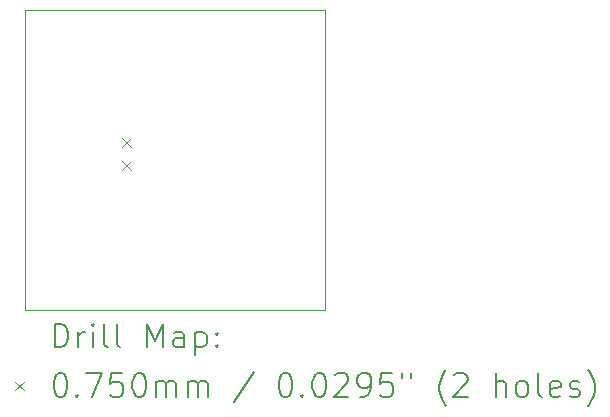
<source format=gbr>
%TF.GenerationSoftware,KiCad,Pcbnew,7.0.9-7.0.9~ubuntu23.04.1*%
%TF.CreationDate,2024-01-10T16:36:44+00:00*%
%TF.ProjectId,test_project,74657374-5f70-4726-9f6a-6563742e6b69,rev?*%
%TF.SameCoordinates,Original*%
%TF.FileFunction,Drillmap*%
%TF.FilePolarity,Positive*%
%FSLAX45Y45*%
G04 Gerber Fmt 4.5, Leading zero omitted, Abs format (unit mm)*
G04 Created by KiCad (PCBNEW 7.0.9-7.0.9~ubuntu23.04.1) date 2024-01-10 16:36:44*
%MOMM*%
%LPD*%
G01*
G04 APERTURE LIST*
%ADD10C,0.100000*%
%ADD11C,0.200000*%
G04 APERTURE END LIST*
D10*
X12700000Y-7620000D02*
X15240000Y-7620000D01*
X15240000Y-10160000D01*
X12700000Y-10160000D01*
X12700000Y-7620000D01*
D11*
D10*
X13526100Y-8701700D02*
X13601100Y-8776700D01*
X13601100Y-8701700D02*
X13526100Y-8776700D01*
X13526100Y-8901700D02*
X13601100Y-8976700D01*
X13601100Y-8901700D02*
X13526100Y-8976700D01*
D11*
X12955777Y-10476484D02*
X12955777Y-10276484D01*
X12955777Y-10276484D02*
X13003396Y-10276484D01*
X13003396Y-10276484D02*
X13031967Y-10286008D01*
X13031967Y-10286008D02*
X13051015Y-10305055D01*
X13051015Y-10305055D02*
X13060539Y-10324103D01*
X13060539Y-10324103D02*
X13070062Y-10362198D01*
X13070062Y-10362198D02*
X13070062Y-10390770D01*
X13070062Y-10390770D02*
X13060539Y-10428865D01*
X13060539Y-10428865D02*
X13051015Y-10447912D01*
X13051015Y-10447912D02*
X13031967Y-10466960D01*
X13031967Y-10466960D02*
X13003396Y-10476484D01*
X13003396Y-10476484D02*
X12955777Y-10476484D01*
X13155777Y-10476484D02*
X13155777Y-10343150D01*
X13155777Y-10381246D02*
X13165301Y-10362198D01*
X13165301Y-10362198D02*
X13174824Y-10352674D01*
X13174824Y-10352674D02*
X13193872Y-10343150D01*
X13193872Y-10343150D02*
X13212920Y-10343150D01*
X13279586Y-10476484D02*
X13279586Y-10343150D01*
X13279586Y-10276484D02*
X13270062Y-10286008D01*
X13270062Y-10286008D02*
X13279586Y-10295531D01*
X13279586Y-10295531D02*
X13289110Y-10286008D01*
X13289110Y-10286008D02*
X13279586Y-10276484D01*
X13279586Y-10276484D02*
X13279586Y-10295531D01*
X13403396Y-10476484D02*
X13384348Y-10466960D01*
X13384348Y-10466960D02*
X13374824Y-10447912D01*
X13374824Y-10447912D02*
X13374824Y-10276484D01*
X13508158Y-10476484D02*
X13489110Y-10466960D01*
X13489110Y-10466960D02*
X13479586Y-10447912D01*
X13479586Y-10447912D02*
X13479586Y-10276484D01*
X13736729Y-10476484D02*
X13736729Y-10276484D01*
X13736729Y-10276484D02*
X13803396Y-10419341D01*
X13803396Y-10419341D02*
X13870062Y-10276484D01*
X13870062Y-10276484D02*
X13870062Y-10476484D01*
X14051015Y-10476484D02*
X14051015Y-10371722D01*
X14051015Y-10371722D02*
X14041491Y-10352674D01*
X14041491Y-10352674D02*
X14022443Y-10343150D01*
X14022443Y-10343150D02*
X13984348Y-10343150D01*
X13984348Y-10343150D02*
X13965301Y-10352674D01*
X14051015Y-10466960D02*
X14031967Y-10476484D01*
X14031967Y-10476484D02*
X13984348Y-10476484D01*
X13984348Y-10476484D02*
X13965301Y-10466960D01*
X13965301Y-10466960D02*
X13955777Y-10447912D01*
X13955777Y-10447912D02*
X13955777Y-10428865D01*
X13955777Y-10428865D02*
X13965301Y-10409817D01*
X13965301Y-10409817D02*
X13984348Y-10400293D01*
X13984348Y-10400293D02*
X14031967Y-10400293D01*
X14031967Y-10400293D02*
X14051015Y-10390770D01*
X14146253Y-10343150D02*
X14146253Y-10543150D01*
X14146253Y-10352674D02*
X14165301Y-10343150D01*
X14165301Y-10343150D02*
X14203396Y-10343150D01*
X14203396Y-10343150D02*
X14222443Y-10352674D01*
X14222443Y-10352674D02*
X14231967Y-10362198D01*
X14231967Y-10362198D02*
X14241491Y-10381246D01*
X14241491Y-10381246D02*
X14241491Y-10438389D01*
X14241491Y-10438389D02*
X14231967Y-10457436D01*
X14231967Y-10457436D02*
X14222443Y-10466960D01*
X14222443Y-10466960D02*
X14203396Y-10476484D01*
X14203396Y-10476484D02*
X14165301Y-10476484D01*
X14165301Y-10476484D02*
X14146253Y-10466960D01*
X14327205Y-10457436D02*
X14336729Y-10466960D01*
X14336729Y-10466960D02*
X14327205Y-10476484D01*
X14327205Y-10476484D02*
X14317682Y-10466960D01*
X14317682Y-10466960D02*
X14327205Y-10457436D01*
X14327205Y-10457436D02*
X14327205Y-10476484D01*
X14327205Y-10352674D02*
X14336729Y-10362198D01*
X14336729Y-10362198D02*
X14327205Y-10371722D01*
X14327205Y-10371722D02*
X14317682Y-10362198D01*
X14317682Y-10362198D02*
X14327205Y-10352674D01*
X14327205Y-10352674D02*
X14327205Y-10371722D01*
D10*
X12620000Y-10767500D02*
X12695000Y-10842500D01*
X12695000Y-10767500D02*
X12620000Y-10842500D01*
D11*
X12993872Y-10696484D02*
X13012920Y-10696484D01*
X13012920Y-10696484D02*
X13031967Y-10706008D01*
X13031967Y-10706008D02*
X13041491Y-10715531D01*
X13041491Y-10715531D02*
X13051015Y-10734579D01*
X13051015Y-10734579D02*
X13060539Y-10772674D01*
X13060539Y-10772674D02*
X13060539Y-10820293D01*
X13060539Y-10820293D02*
X13051015Y-10858389D01*
X13051015Y-10858389D02*
X13041491Y-10877436D01*
X13041491Y-10877436D02*
X13031967Y-10886960D01*
X13031967Y-10886960D02*
X13012920Y-10896484D01*
X13012920Y-10896484D02*
X12993872Y-10896484D01*
X12993872Y-10896484D02*
X12974824Y-10886960D01*
X12974824Y-10886960D02*
X12965301Y-10877436D01*
X12965301Y-10877436D02*
X12955777Y-10858389D01*
X12955777Y-10858389D02*
X12946253Y-10820293D01*
X12946253Y-10820293D02*
X12946253Y-10772674D01*
X12946253Y-10772674D02*
X12955777Y-10734579D01*
X12955777Y-10734579D02*
X12965301Y-10715531D01*
X12965301Y-10715531D02*
X12974824Y-10706008D01*
X12974824Y-10706008D02*
X12993872Y-10696484D01*
X13146253Y-10877436D02*
X13155777Y-10886960D01*
X13155777Y-10886960D02*
X13146253Y-10896484D01*
X13146253Y-10896484D02*
X13136729Y-10886960D01*
X13136729Y-10886960D02*
X13146253Y-10877436D01*
X13146253Y-10877436D02*
X13146253Y-10896484D01*
X13222443Y-10696484D02*
X13355777Y-10696484D01*
X13355777Y-10696484D02*
X13270062Y-10896484D01*
X13527205Y-10696484D02*
X13431967Y-10696484D01*
X13431967Y-10696484D02*
X13422443Y-10791722D01*
X13422443Y-10791722D02*
X13431967Y-10782198D01*
X13431967Y-10782198D02*
X13451015Y-10772674D01*
X13451015Y-10772674D02*
X13498634Y-10772674D01*
X13498634Y-10772674D02*
X13517682Y-10782198D01*
X13517682Y-10782198D02*
X13527205Y-10791722D01*
X13527205Y-10791722D02*
X13536729Y-10810770D01*
X13536729Y-10810770D02*
X13536729Y-10858389D01*
X13536729Y-10858389D02*
X13527205Y-10877436D01*
X13527205Y-10877436D02*
X13517682Y-10886960D01*
X13517682Y-10886960D02*
X13498634Y-10896484D01*
X13498634Y-10896484D02*
X13451015Y-10896484D01*
X13451015Y-10896484D02*
X13431967Y-10886960D01*
X13431967Y-10886960D02*
X13422443Y-10877436D01*
X13660539Y-10696484D02*
X13679586Y-10696484D01*
X13679586Y-10696484D02*
X13698634Y-10706008D01*
X13698634Y-10706008D02*
X13708158Y-10715531D01*
X13708158Y-10715531D02*
X13717682Y-10734579D01*
X13717682Y-10734579D02*
X13727205Y-10772674D01*
X13727205Y-10772674D02*
X13727205Y-10820293D01*
X13727205Y-10820293D02*
X13717682Y-10858389D01*
X13717682Y-10858389D02*
X13708158Y-10877436D01*
X13708158Y-10877436D02*
X13698634Y-10886960D01*
X13698634Y-10886960D02*
X13679586Y-10896484D01*
X13679586Y-10896484D02*
X13660539Y-10896484D01*
X13660539Y-10896484D02*
X13641491Y-10886960D01*
X13641491Y-10886960D02*
X13631967Y-10877436D01*
X13631967Y-10877436D02*
X13622443Y-10858389D01*
X13622443Y-10858389D02*
X13612920Y-10820293D01*
X13612920Y-10820293D02*
X13612920Y-10772674D01*
X13612920Y-10772674D02*
X13622443Y-10734579D01*
X13622443Y-10734579D02*
X13631967Y-10715531D01*
X13631967Y-10715531D02*
X13641491Y-10706008D01*
X13641491Y-10706008D02*
X13660539Y-10696484D01*
X13812920Y-10896484D02*
X13812920Y-10763150D01*
X13812920Y-10782198D02*
X13822443Y-10772674D01*
X13822443Y-10772674D02*
X13841491Y-10763150D01*
X13841491Y-10763150D02*
X13870063Y-10763150D01*
X13870063Y-10763150D02*
X13889110Y-10772674D01*
X13889110Y-10772674D02*
X13898634Y-10791722D01*
X13898634Y-10791722D02*
X13898634Y-10896484D01*
X13898634Y-10791722D02*
X13908158Y-10772674D01*
X13908158Y-10772674D02*
X13927205Y-10763150D01*
X13927205Y-10763150D02*
X13955777Y-10763150D01*
X13955777Y-10763150D02*
X13974824Y-10772674D01*
X13974824Y-10772674D02*
X13984348Y-10791722D01*
X13984348Y-10791722D02*
X13984348Y-10896484D01*
X14079586Y-10896484D02*
X14079586Y-10763150D01*
X14079586Y-10782198D02*
X14089110Y-10772674D01*
X14089110Y-10772674D02*
X14108158Y-10763150D01*
X14108158Y-10763150D02*
X14136729Y-10763150D01*
X14136729Y-10763150D02*
X14155777Y-10772674D01*
X14155777Y-10772674D02*
X14165301Y-10791722D01*
X14165301Y-10791722D02*
X14165301Y-10896484D01*
X14165301Y-10791722D02*
X14174824Y-10772674D01*
X14174824Y-10772674D02*
X14193872Y-10763150D01*
X14193872Y-10763150D02*
X14222443Y-10763150D01*
X14222443Y-10763150D02*
X14241491Y-10772674D01*
X14241491Y-10772674D02*
X14251015Y-10791722D01*
X14251015Y-10791722D02*
X14251015Y-10896484D01*
X14641491Y-10686960D02*
X14470063Y-10944103D01*
X14898634Y-10696484D02*
X14917682Y-10696484D01*
X14917682Y-10696484D02*
X14936729Y-10706008D01*
X14936729Y-10706008D02*
X14946253Y-10715531D01*
X14946253Y-10715531D02*
X14955777Y-10734579D01*
X14955777Y-10734579D02*
X14965301Y-10772674D01*
X14965301Y-10772674D02*
X14965301Y-10820293D01*
X14965301Y-10820293D02*
X14955777Y-10858389D01*
X14955777Y-10858389D02*
X14946253Y-10877436D01*
X14946253Y-10877436D02*
X14936729Y-10886960D01*
X14936729Y-10886960D02*
X14917682Y-10896484D01*
X14917682Y-10896484D02*
X14898634Y-10896484D01*
X14898634Y-10896484D02*
X14879586Y-10886960D01*
X14879586Y-10886960D02*
X14870063Y-10877436D01*
X14870063Y-10877436D02*
X14860539Y-10858389D01*
X14860539Y-10858389D02*
X14851015Y-10820293D01*
X14851015Y-10820293D02*
X14851015Y-10772674D01*
X14851015Y-10772674D02*
X14860539Y-10734579D01*
X14860539Y-10734579D02*
X14870063Y-10715531D01*
X14870063Y-10715531D02*
X14879586Y-10706008D01*
X14879586Y-10706008D02*
X14898634Y-10696484D01*
X15051015Y-10877436D02*
X15060539Y-10886960D01*
X15060539Y-10886960D02*
X15051015Y-10896484D01*
X15051015Y-10896484D02*
X15041491Y-10886960D01*
X15041491Y-10886960D02*
X15051015Y-10877436D01*
X15051015Y-10877436D02*
X15051015Y-10896484D01*
X15184348Y-10696484D02*
X15203396Y-10696484D01*
X15203396Y-10696484D02*
X15222444Y-10706008D01*
X15222444Y-10706008D02*
X15231967Y-10715531D01*
X15231967Y-10715531D02*
X15241491Y-10734579D01*
X15241491Y-10734579D02*
X15251015Y-10772674D01*
X15251015Y-10772674D02*
X15251015Y-10820293D01*
X15251015Y-10820293D02*
X15241491Y-10858389D01*
X15241491Y-10858389D02*
X15231967Y-10877436D01*
X15231967Y-10877436D02*
X15222444Y-10886960D01*
X15222444Y-10886960D02*
X15203396Y-10896484D01*
X15203396Y-10896484D02*
X15184348Y-10896484D01*
X15184348Y-10896484D02*
X15165301Y-10886960D01*
X15165301Y-10886960D02*
X15155777Y-10877436D01*
X15155777Y-10877436D02*
X15146253Y-10858389D01*
X15146253Y-10858389D02*
X15136729Y-10820293D01*
X15136729Y-10820293D02*
X15136729Y-10772674D01*
X15136729Y-10772674D02*
X15146253Y-10734579D01*
X15146253Y-10734579D02*
X15155777Y-10715531D01*
X15155777Y-10715531D02*
X15165301Y-10706008D01*
X15165301Y-10706008D02*
X15184348Y-10696484D01*
X15327206Y-10715531D02*
X15336729Y-10706008D01*
X15336729Y-10706008D02*
X15355777Y-10696484D01*
X15355777Y-10696484D02*
X15403396Y-10696484D01*
X15403396Y-10696484D02*
X15422444Y-10706008D01*
X15422444Y-10706008D02*
X15431967Y-10715531D01*
X15431967Y-10715531D02*
X15441491Y-10734579D01*
X15441491Y-10734579D02*
X15441491Y-10753627D01*
X15441491Y-10753627D02*
X15431967Y-10782198D01*
X15431967Y-10782198D02*
X15317682Y-10896484D01*
X15317682Y-10896484D02*
X15441491Y-10896484D01*
X15536729Y-10896484D02*
X15574825Y-10896484D01*
X15574825Y-10896484D02*
X15593872Y-10886960D01*
X15593872Y-10886960D02*
X15603396Y-10877436D01*
X15603396Y-10877436D02*
X15622444Y-10848865D01*
X15622444Y-10848865D02*
X15631967Y-10810770D01*
X15631967Y-10810770D02*
X15631967Y-10734579D01*
X15631967Y-10734579D02*
X15622444Y-10715531D01*
X15622444Y-10715531D02*
X15612920Y-10706008D01*
X15612920Y-10706008D02*
X15593872Y-10696484D01*
X15593872Y-10696484D02*
X15555777Y-10696484D01*
X15555777Y-10696484D02*
X15536729Y-10706008D01*
X15536729Y-10706008D02*
X15527206Y-10715531D01*
X15527206Y-10715531D02*
X15517682Y-10734579D01*
X15517682Y-10734579D02*
X15517682Y-10782198D01*
X15517682Y-10782198D02*
X15527206Y-10801246D01*
X15527206Y-10801246D02*
X15536729Y-10810770D01*
X15536729Y-10810770D02*
X15555777Y-10820293D01*
X15555777Y-10820293D02*
X15593872Y-10820293D01*
X15593872Y-10820293D02*
X15612920Y-10810770D01*
X15612920Y-10810770D02*
X15622444Y-10801246D01*
X15622444Y-10801246D02*
X15631967Y-10782198D01*
X15812920Y-10696484D02*
X15717682Y-10696484D01*
X15717682Y-10696484D02*
X15708158Y-10791722D01*
X15708158Y-10791722D02*
X15717682Y-10782198D01*
X15717682Y-10782198D02*
X15736729Y-10772674D01*
X15736729Y-10772674D02*
X15784348Y-10772674D01*
X15784348Y-10772674D02*
X15803396Y-10782198D01*
X15803396Y-10782198D02*
X15812920Y-10791722D01*
X15812920Y-10791722D02*
X15822444Y-10810770D01*
X15822444Y-10810770D02*
X15822444Y-10858389D01*
X15822444Y-10858389D02*
X15812920Y-10877436D01*
X15812920Y-10877436D02*
X15803396Y-10886960D01*
X15803396Y-10886960D02*
X15784348Y-10896484D01*
X15784348Y-10896484D02*
X15736729Y-10896484D01*
X15736729Y-10896484D02*
X15717682Y-10886960D01*
X15717682Y-10886960D02*
X15708158Y-10877436D01*
X15898634Y-10696484D02*
X15898634Y-10734579D01*
X15974825Y-10696484D02*
X15974825Y-10734579D01*
X16270063Y-10972674D02*
X16260539Y-10963150D01*
X16260539Y-10963150D02*
X16241491Y-10934579D01*
X16241491Y-10934579D02*
X16231968Y-10915531D01*
X16231968Y-10915531D02*
X16222444Y-10886960D01*
X16222444Y-10886960D02*
X16212920Y-10839341D01*
X16212920Y-10839341D02*
X16212920Y-10801246D01*
X16212920Y-10801246D02*
X16222444Y-10753627D01*
X16222444Y-10753627D02*
X16231968Y-10725055D01*
X16231968Y-10725055D02*
X16241491Y-10706008D01*
X16241491Y-10706008D02*
X16260539Y-10677436D01*
X16260539Y-10677436D02*
X16270063Y-10667912D01*
X16336729Y-10715531D02*
X16346253Y-10706008D01*
X16346253Y-10706008D02*
X16365301Y-10696484D01*
X16365301Y-10696484D02*
X16412920Y-10696484D01*
X16412920Y-10696484D02*
X16431968Y-10706008D01*
X16431968Y-10706008D02*
X16441491Y-10715531D01*
X16441491Y-10715531D02*
X16451015Y-10734579D01*
X16451015Y-10734579D02*
X16451015Y-10753627D01*
X16451015Y-10753627D02*
X16441491Y-10782198D01*
X16441491Y-10782198D02*
X16327206Y-10896484D01*
X16327206Y-10896484D02*
X16451015Y-10896484D01*
X16689110Y-10896484D02*
X16689110Y-10696484D01*
X16774825Y-10896484D02*
X16774825Y-10791722D01*
X16774825Y-10791722D02*
X16765301Y-10772674D01*
X16765301Y-10772674D02*
X16746253Y-10763150D01*
X16746253Y-10763150D02*
X16717682Y-10763150D01*
X16717682Y-10763150D02*
X16698634Y-10772674D01*
X16698634Y-10772674D02*
X16689110Y-10782198D01*
X16898634Y-10896484D02*
X16879587Y-10886960D01*
X16879587Y-10886960D02*
X16870063Y-10877436D01*
X16870063Y-10877436D02*
X16860539Y-10858389D01*
X16860539Y-10858389D02*
X16860539Y-10801246D01*
X16860539Y-10801246D02*
X16870063Y-10782198D01*
X16870063Y-10782198D02*
X16879587Y-10772674D01*
X16879587Y-10772674D02*
X16898634Y-10763150D01*
X16898634Y-10763150D02*
X16927206Y-10763150D01*
X16927206Y-10763150D02*
X16946253Y-10772674D01*
X16946253Y-10772674D02*
X16955777Y-10782198D01*
X16955777Y-10782198D02*
X16965301Y-10801246D01*
X16965301Y-10801246D02*
X16965301Y-10858389D01*
X16965301Y-10858389D02*
X16955777Y-10877436D01*
X16955777Y-10877436D02*
X16946253Y-10886960D01*
X16946253Y-10886960D02*
X16927206Y-10896484D01*
X16927206Y-10896484D02*
X16898634Y-10896484D01*
X17079587Y-10896484D02*
X17060539Y-10886960D01*
X17060539Y-10886960D02*
X17051015Y-10867912D01*
X17051015Y-10867912D02*
X17051015Y-10696484D01*
X17231968Y-10886960D02*
X17212920Y-10896484D01*
X17212920Y-10896484D02*
X17174825Y-10896484D01*
X17174825Y-10896484D02*
X17155777Y-10886960D01*
X17155777Y-10886960D02*
X17146253Y-10867912D01*
X17146253Y-10867912D02*
X17146253Y-10791722D01*
X17146253Y-10791722D02*
X17155777Y-10772674D01*
X17155777Y-10772674D02*
X17174825Y-10763150D01*
X17174825Y-10763150D02*
X17212920Y-10763150D01*
X17212920Y-10763150D02*
X17231968Y-10772674D01*
X17231968Y-10772674D02*
X17241492Y-10791722D01*
X17241492Y-10791722D02*
X17241492Y-10810770D01*
X17241492Y-10810770D02*
X17146253Y-10829817D01*
X17317682Y-10886960D02*
X17336730Y-10896484D01*
X17336730Y-10896484D02*
X17374825Y-10896484D01*
X17374825Y-10896484D02*
X17393873Y-10886960D01*
X17393873Y-10886960D02*
X17403396Y-10867912D01*
X17403396Y-10867912D02*
X17403396Y-10858389D01*
X17403396Y-10858389D02*
X17393873Y-10839341D01*
X17393873Y-10839341D02*
X17374825Y-10829817D01*
X17374825Y-10829817D02*
X17346253Y-10829817D01*
X17346253Y-10829817D02*
X17327206Y-10820293D01*
X17327206Y-10820293D02*
X17317682Y-10801246D01*
X17317682Y-10801246D02*
X17317682Y-10791722D01*
X17317682Y-10791722D02*
X17327206Y-10772674D01*
X17327206Y-10772674D02*
X17346253Y-10763150D01*
X17346253Y-10763150D02*
X17374825Y-10763150D01*
X17374825Y-10763150D02*
X17393873Y-10772674D01*
X17470063Y-10972674D02*
X17479587Y-10963150D01*
X17479587Y-10963150D02*
X17498634Y-10934579D01*
X17498634Y-10934579D02*
X17508158Y-10915531D01*
X17508158Y-10915531D02*
X17517682Y-10886960D01*
X17517682Y-10886960D02*
X17527206Y-10839341D01*
X17527206Y-10839341D02*
X17527206Y-10801246D01*
X17527206Y-10801246D02*
X17517682Y-10753627D01*
X17517682Y-10753627D02*
X17508158Y-10725055D01*
X17508158Y-10725055D02*
X17498634Y-10706008D01*
X17498634Y-10706008D02*
X17479587Y-10677436D01*
X17479587Y-10677436D02*
X17470063Y-10667912D01*
M02*

</source>
